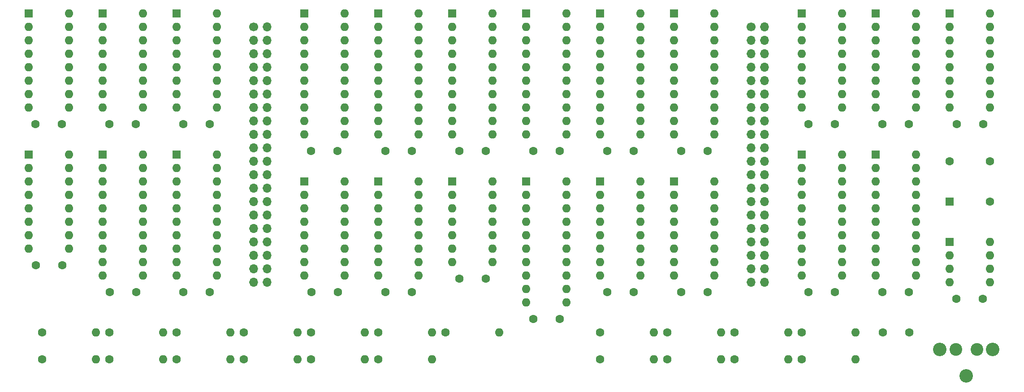
<source format=gbr>
%TF.GenerationSoftware,KiCad,Pcbnew,(5.1.8)-1*%
%TF.CreationDate,2020-12-28T18:18:32+00:00*%
%TF.ProjectId,sound-board,736f756e-642d-4626-9f61-72642e6b6963,rev?*%
%TF.SameCoordinates,Original*%
%TF.FileFunction,Soldermask,Bot*%
%TF.FilePolarity,Negative*%
%FSLAX46Y46*%
G04 Gerber Fmt 4.6, Leading zero omitted, Abs format (unit mm)*
G04 Created by KiCad (PCBNEW (5.1.8)-1) date 2020-12-28 18:18:32*
%MOMM*%
%LPD*%
G01*
G04 APERTURE LIST*
%ADD10C,1.600000*%
%ADD11C,2.400000*%
%ADD12C,2.550000*%
%ADD13O,1.600000X1.600000*%
%ADD14R,1.600000X1.600000*%
%ADD15O,1.700000X1.700000*%
%ADD16C,1.700000*%
G04 APERTURE END LIST*
D10*
%TO.C,C6*%
X37385000Y-84455000D03*
X32385000Y-84455000D03*
%TD*%
%TO.C,C1*%
X164545000Y-123825000D03*
X169545000Y-123825000D03*
%TD*%
%TO.C,C25*%
X75565000Y-89535000D03*
X70565000Y-89535000D03*
%TD*%
%TO.C,C24*%
X103505000Y-89535000D03*
X98505000Y-89535000D03*
%TD*%
%TO.C,C23*%
X89535000Y-89535000D03*
X84535000Y-89535000D03*
%TD*%
%TO.C,C22*%
X117475000Y-89535000D03*
X112475000Y-89535000D03*
%TD*%
%TO.C,C21*%
X131445000Y-89535000D03*
X126445000Y-89535000D03*
%TD*%
%TO.C,C20*%
X61515000Y-89535000D03*
X56515000Y-89535000D03*
%TD*%
%TO.C,C19*%
X103505000Y-121285000D03*
X98505000Y-121285000D03*
%TD*%
%TO.C,C18*%
X169465000Y-84455000D03*
X164465000Y-84455000D03*
%TD*%
%TO.C,C17*%
X117475000Y-116205000D03*
X112475000Y-116205000D03*
%TD*%
%TO.C,C16*%
X155495000Y-84455000D03*
X150495000Y-84455000D03*
%TD*%
%TO.C,C15*%
X183435000Y-117475000D03*
X178435000Y-117475000D03*
%TD*%
%TO.C,C14*%
X131445000Y-116205000D03*
X126445000Y-116205000D03*
%TD*%
%TO.C,C13*%
X183515000Y-84455000D03*
X178515000Y-84455000D03*
%TD*%
%TO.C,C12*%
X169465000Y-116205000D03*
X164465000Y-116205000D03*
%TD*%
%TO.C,C11*%
X155495000Y-116205000D03*
X150495000Y-116205000D03*
%TD*%
%TO.C,C10*%
X89535000Y-113665000D03*
X84535000Y-113665000D03*
%TD*%
%TO.C,C9*%
X37385000Y-116205000D03*
X32385000Y-116205000D03*
%TD*%
%TO.C,C8*%
X61595000Y-116205000D03*
X56595000Y-116205000D03*
%TD*%
%TO.C,C7*%
X23495000Y-116205000D03*
X18495000Y-116205000D03*
%TD*%
%TO.C,C5*%
X9525000Y-111125000D03*
X4525000Y-111125000D03*
%TD*%
%TO.C,C4*%
X23415000Y-84455000D03*
X18415000Y-84455000D03*
%TD*%
%TO.C,C3*%
X9445000Y-84455000D03*
X4445000Y-84455000D03*
%TD*%
%TO.C,C2*%
X75565000Y-116205000D03*
X70565000Y-116205000D03*
%TD*%
D11*
%TO.C,J3*%
X178340000Y-127025000D03*
X182340000Y-127025000D03*
D12*
X175340000Y-127025000D03*
X185340000Y-127025000D03*
X180340000Y-132025000D03*
%TD*%
D13*
%TO.C,U24*%
X184785000Y-106680000D03*
X177165000Y-114300000D03*
X184785000Y-109220000D03*
X177165000Y-111760000D03*
X184785000Y-111760000D03*
X177165000Y-109220000D03*
X184785000Y-114300000D03*
D14*
X177165000Y-106680000D03*
%TD*%
D13*
%TO.C,R22*%
X79375000Y-128905000D03*
D10*
X69215000Y-128905000D03*
%TD*%
D13*
%TO.C,R20*%
X92075000Y-123825000D03*
D10*
X81915000Y-123825000D03*
%TD*%
%TO.C,X1*%
X184785000Y-99060000D03*
X184785000Y-91440000D03*
X177165000Y-91440000D03*
D14*
X177165000Y-99060000D03*
%TD*%
D13*
%TO.C,U23*%
X132715000Y-95250000D03*
X125095000Y-113030000D03*
X132715000Y-97790000D03*
X125095000Y-110490000D03*
X132715000Y-100330000D03*
X125095000Y-107950000D03*
X132715000Y-102870000D03*
X125095000Y-105410000D03*
X132715000Y-105410000D03*
X125095000Y-102870000D03*
X132715000Y-107950000D03*
X125095000Y-100330000D03*
X132715000Y-110490000D03*
X125095000Y-97790000D03*
X132715000Y-113030000D03*
D14*
X125095000Y-95250000D03*
%TD*%
D13*
%TO.C,U22*%
X118745000Y-95250000D03*
X111125000Y-113030000D03*
X118745000Y-97790000D03*
X111125000Y-110490000D03*
X118745000Y-100330000D03*
X111125000Y-107950000D03*
X118745000Y-102870000D03*
X111125000Y-105410000D03*
X118745000Y-105410000D03*
X111125000Y-102870000D03*
X118745000Y-107950000D03*
X111125000Y-100330000D03*
X118745000Y-110490000D03*
X111125000Y-97790000D03*
X118745000Y-113030000D03*
D14*
X111125000Y-95250000D03*
%TD*%
D13*
%TO.C,U21*%
X156845000Y-63500000D03*
X149225000Y-81280000D03*
X156845000Y-66040000D03*
X149225000Y-78740000D03*
X156845000Y-68580000D03*
X149225000Y-76200000D03*
X156845000Y-71120000D03*
X149225000Y-73660000D03*
X156845000Y-73660000D03*
X149225000Y-71120000D03*
X156845000Y-76200000D03*
X149225000Y-68580000D03*
X156845000Y-78740000D03*
X149225000Y-66040000D03*
X156845000Y-81280000D03*
D14*
X149225000Y-63500000D03*
%TD*%
D13*
%TO.C,U20*%
X170815000Y-63500000D03*
X163195000Y-81280000D03*
X170815000Y-66040000D03*
X163195000Y-78740000D03*
X170815000Y-68580000D03*
X163195000Y-76200000D03*
X170815000Y-71120000D03*
X163195000Y-73660000D03*
X170815000Y-73660000D03*
X163195000Y-71120000D03*
X170815000Y-76200000D03*
X163195000Y-68580000D03*
X170815000Y-78740000D03*
X163195000Y-66040000D03*
X170815000Y-81280000D03*
D14*
X163195000Y-63500000D03*
%TD*%
D13*
%TO.C,U19*%
X132715000Y-63500000D03*
X125095000Y-86360000D03*
X132715000Y-66040000D03*
X125095000Y-83820000D03*
X132715000Y-68580000D03*
X125095000Y-81280000D03*
X132715000Y-71120000D03*
X125095000Y-78740000D03*
X132715000Y-73660000D03*
X125095000Y-76200000D03*
X132715000Y-76200000D03*
X125095000Y-73660000D03*
X132715000Y-78740000D03*
X125095000Y-71120000D03*
X132715000Y-81280000D03*
X125095000Y-68580000D03*
X132715000Y-83820000D03*
X125095000Y-66040000D03*
X132715000Y-86360000D03*
D14*
X125095000Y-63500000D03*
%TD*%
D13*
%TO.C,U18*%
X156845000Y-90170000D03*
X149225000Y-113030000D03*
X156845000Y-92710000D03*
X149225000Y-110490000D03*
X156845000Y-95250000D03*
X149225000Y-107950000D03*
X156845000Y-97790000D03*
X149225000Y-105410000D03*
X156845000Y-100330000D03*
X149225000Y-102870000D03*
X156845000Y-102870000D03*
X149225000Y-100330000D03*
X156845000Y-105410000D03*
X149225000Y-97790000D03*
X156845000Y-107950000D03*
X149225000Y-95250000D03*
X156845000Y-110490000D03*
X149225000Y-92710000D03*
X156845000Y-113030000D03*
D14*
X149225000Y-90170000D03*
%TD*%
D13*
%TO.C,U17*%
X170815000Y-90170000D03*
X163195000Y-113030000D03*
X170815000Y-92710000D03*
X163195000Y-110490000D03*
X170815000Y-95250000D03*
X163195000Y-107950000D03*
X170815000Y-97790000D03*
X163195000Y-105410000D03*
X170815000Y-100330000D03*
X163195000Y-102870000D03*
X170815000Y-102870000D03*
X163195000Y-100330000D03*
X170815000Y-105410000D03*
X163195000Y-97790000D03*
X170815000Y-107950000D03*
X163195000Y-95250000D03*
X170815000Y-110490000D03*
X163195000Y-92710000D03*
X170815000Y-113030000D03*
D14*
X163195000Y-90170000D03*
%TD*%
D13*
%TO.C,U16*%
X104775000Y-63500000D03*
X97155000Y-86360000D03*
X104775000Y-66040000D03*
X97155000Y-83820000D03*
X104775000Y-68580000D03*
X97155000Y-81280000D03*
X104775000Y-71120000D03*
X97155000Y-78740000D03*
X104775000Y-73660000D03*
X97155000Y-76200000D03*
X104775000Y-76200000D03*
X97155000Y-73660000D03*
X104775000Y-78740000D03*
X97155000Y-71120000D03*
X104775000Y-81280000D03*
X97155000Y-68580000D03*
X104775000Y-83820000D03*
X97155000Y-66040000D03*
X104775000Y-86360000D03*
D14*
X97155000Y-63500000D03*
%TD*%
D13*
%TO.C,U15*%
X118745000Y-63500000D03*
X111125000Y-86360000D03*
X118745000Y-66040000D03*
X111125000Y-83820000D03*
X118745000Y-68580000D03*
X111125000Y-81280000D03*
X118745000Y-71120000D03*
X111125000Y-78740000D03*
X118745000Y-73660000D03*
X111125000Y-76200000D03*
X118745000Y-76200000D03*
X111125000Y-73660000D03*
X118745000Y-78740000D03*
X111125000Y-71120000D03*
X118745000Y-81280000D03*
X111125000Y-68580000D03*
X118745000Y-83820000D03*
X111125000Y-66040000D03*
X118745000Y-86360000D03*
D14*
X111125000Y-63500000D03*
%TD*%
D13*
%TO.C,U14*%
X62865000Y-95250000D03*
X55245000Y-113030000D03*
X62865000Y-97790000D03*
X55245000Y-110490000D03*
X62865000Y-100330000D03*
X55245000Y-107950000D03*
X62865000Y-102870000D03*
X55245000Y-105410000D03*
X62865000Y-105410000D03*
X55245000Y-102870000D03*
X62865000Y-107950000D03*
X55245000Y-100330000D03*
X62865000Y-110490000D03*
X55245000Y-97790000D03*
X62865000Y-113030000D03*
D14*
X55245000Y-95250000D03*
%TD*%
D13*
%TO.C,U13*%
X76835000Y-95250000D03*
X69215000Y-113030000D03*
X76835000Y-97790000D03*
X69215000Y-110490000D03*
X76835000Y-100330000D03*
X69215000Y-107950000D03*
X76835000Y-102870000D03*
X69215000Y-105410000D03*
X76835000Y-105410000D03*
X69215000Y-102870000D03*
X76835000Y-107950000D03*
X69215000Y-100330000D03*
X76835000Y-110490000D03*
X69215000Y-97790000D03*
X76835000Y-113030000D03*
D14*
X69215000Y-95250000D03*
%TD*%
D13*
%TO.C,U12*%
X38735000Y-63500000D03*
X31115000Y-81280000D03*
X38735000Y-66040000D03*
X31115000Y-78740000D03*
X38735000Y-68580000D03*
X31115000Y-76200000D03*
X38735000Y-71120000D03*
X31115000Y-73660000D03*
X38735000Y-73660000D03*
X31115000Y-71120000D03*
X38735000Y-76200000D03*
X31115000Y-68580000D03*
X38735000Y-78740000D03*
X31115000Y-66040000D03*
X38735000Y-81280000D03*
D14*
X31115000Y-63500000D03*
%TD*%
D13*
%TO.C,U11*%
X24765000Y-63500000D03*
X17145000Y-81280000D03*
X24765000Y-66040000D03*
X17145000Y-78740000D03*
X24765000Y-68580000D03*
X17145000Y-76200000D03*
X24765000Y-71120000D03*
X17145000Y-73660000D03*
X24765000Y-73660000D03*
X17145000Y-71120000D03*
X24765000Y-76200000D03*
X17145000Y-68580000D03*
X24765000Y-78740000D03*
X17145000Y-66040000D03*
X24765000Y-81280000D03*
D14*
X17145000Y-63500000D03*
%TD*%
D13*
%TO.C,U10*%
X62865000Y-63500000D03*
X55245000Y-86360000D03*
X62865000Y-66040000D03*
X55245000Y-83820000D03*
X62865000Y-68580000D03*
X55245000Y-81280000D03*
X62865000Y-71120000D03*
X55245000Y-78740000D03*
X62865000Y-73660000D03*
X55245000Y-76200000D03*
X62865000Y-76200000D03*
X55245000Y-73660000D03*
X62865000Y-78740000D03*
X55245000Y-71120000D03*
X62865000Y-81280000D03*
X55245000Y-68580000D03*
X62865000Y-83820000D03*
X55245000Y-66040000D03*
X62865000Y-86360000D03*
D14*
X55245000Y-63500000D03*
%TD*%
D13*
%TO.C,U9*%
X38735000Y-90170000D03*
X31115000Y-113030000D03*
X38735000Y-92710000D03*
X31115000Y-110490000D03*
X38735000Y-95250000D03*
X31115000Y-107950000D03*
X38735000Y-97790000D03*
X31115000Y-105410000D03*
X38735000Y-100330000D03*
X31115000Y-102870000D03*
X38735000Y-102870000D03*
X31115000Y-100330000D03*
X38735000Y-105410000D03*
X31115000Y-97790000D03*
X38735000Y-107950000D03*
X31115000Y-95250000D03*
X38735000Y-110490000D03*
X31115000Y-92710000D03*
X38735000Y-113030000D03*
D14*
X31115000Y-90170000D03*
%TD*%
D13*
%TO.C,U8*%
X24765000Y-90170000D03*
X17145000Y-113030000D03*
X24765000Y-92710000D03*
X17145000Y-110490000D03*
X24765000Y-95250000D03*
X17145000Y-107950000D03*
X24765000Y-97790000D03*
X17145000Y-105410000D03*
X24765000Y-100330000D03*
X17145000Y-102870000D03*
X24765000Y-102870000D03*
X17145000Y-100330000D03*
X24765000Y-105410000D03*
X17145000Y-97790000D03*
X24765000Y-107950000D03*
X17145000Y-95250000D03*
X24765000Y-110490000D03*
X17145000Y-92710000D03*
X24765000Y-113030000D03*
D14*
X17145000Y-90170000D03*
%TD*%
D13*
%TO.C,U7*%
X90805000Y-63500000D03*
X83185000Y-86360000D03*
X90805000Y-66040000D03*
X83185000Y-83820000D03*
X90805000Y-68580000D03*
X83185000Y-81280000D03*
X90805000Y-71120000D03*
X83185000Y-78740000D03*
X90805000Y-73660000D03*
X83185000Y-76200000D03*
X90805000Y-76200000D03*
X83185000Y-73660000D03*
X90805000Y-78740000D03*
X83185000Y-71120000D03*
X90805000Y-81280000D03*
X83185000Y-68580000D03*
X90805000Y-83820000D03*
X83185000Y-66040000D03*
X90805000Y-86360000D03*
D14*
X83185000Y-63500000D03*
%TD*%
D13*
%TO.C,U6*%
X76835000Y-63500000D03*
X69215000Y-86360000D03*
X76835000Y-66040000D03*
X69215000Y-83820000D03*
X76835000Y-68580000D03*
X69215000Y-81280000D03*
X76835000Y-71120000D03*
X69215000Y-78740000D03*
X76835000Y-73660000D03*
X69215000Y-76200000D03*
X76835000Y-76200000D03*
X69215000Y-73660000D03*
X76835000Y-78740000D03*
X69215000Y-71120000D03*
X76835000Y-81280000D03*
X69215000Y-68580000D03*
X76835000Y-83820000D03*
X69215000Y-66040000D03*
X76835000Y-86360000D03*
D14*
X69215000Y-63500000D03*
%TD*%
D13*
%TO.C,U5*%
X184785000Y-63500000D03*
X177165000Y-81280000D03*
X184785000Y-66040000D03*
X177165000Y-78740000D03*
X184785000Y-68580000D03*
X177165000Y-76200000D03*
X184785000Y-71120000D03*
X177165000Y-73660000D03*
X184785000Y-73660000D03*
X177165000Y-71120000D03*
X184785000Y-76200000D03*
X177165000Y-68580000D03*
X184785000Y-78740000D03*
X177165000Y-66040000D03*
X184785000Y-81280000D03*
D14*
X177165000Y-63500000D03*
%TD*%
D13*
%TO.C,U4*%
X104775000Y-95250000D03*
X97155000Y-118110000D03*
X104775000Y-97790000D03*
X97155000Y-115570000D03*
X104775000Y-100330000D03*
X97155000Y-113030000D03*
X104775000Y-102870000D03*
X97155000Y-110490000D03*
X104775000Y-105410000D03*
X97155000Y-107950000D03*
X104775000Y-107950000D03*
X97155000Y-105410000D03*
X104775000Y-110490000D03*
X97155000Y-102870000D03*
X104775000Y-113030000D03*
X97155000Y-100330000D03*
X104775000Y-115570000D03*
X97155000Y-97790000D03*
X104775000Y-118110000D03*
D14*
X97155000Y-95250000D03*
%TD*%
D13*
%TO.C,U3*%
X10795000Y-90170000D03*
X3175000Y-107950000D03*
X10795000Y-92710000D03*
X3175000Y-105410000D03*
X10795000Y-95250000D03*
X3175000Y-102870000D03*
X10795000Y-97790000D03*
X3175000Y-100330000D03*
X10795000Y-100330000D03*
X3175000Y-97790000D03*
X10795000Y-102870000D03*
X3175000Y-95250000D03*
X10795000Y-105410000D03*
X3175000Y-92710000D03*
X10795000Y-107950000D03*
D14*
X3175000Y-90170000D03*
%TD*%
D13*
%TO.C,U2*%
X90805000Y-95250000D03*
X83185000Y-110490000D03*
X90805000Y-97790000D03*
X83185000Y-107950000D03*
X90805000Y-100330000D03*
X83185000Y-105410000D03*
X90805000Y-102870000D03*
X83185000Y-102870000D03*
X90805000Y-105410000D03*
X83185000Y-100330000D03*
X90805000Y-107950000D03*
X83185000Y-97790000D03*
X90805000Y-110490000D03*
D14*
X83185000Y-95250000D03*
%TD*%
D13*
%TO.C,U1*%
X10795000Y-63500000D03*
X3175000Y-81280000D03*
X10795000Y-66040000D03*
X3175000Y-78740000D03*
X10795000Y-68580000D03*
X3175000Y-76200000D03*
X10795000Y-71120000D03*
X3175000Y-73660000D03*
X10795000Y-73660000D03*
X3175000Y-71120000D03*
X10795000Y-76200000D03*
X3175000Y-68580000D03*
X10795000Y-78740000D03*
X3175000Y-66040000D03*
X10795000Y-81280000D03*
D14*
X3175000Y-63500000D03*
%TD*%
D13*
%TO.C,R19*%
X159385000Y-128905000D03*
D10*
X149225000Y-128905000D03*
%TD*%
D13*
%TO.C,R18*%
X159385000Y-123825000D03*
D10*
X149225000Y-123825000D03*
%TD*%
D13*
%TO.C,R17*%
X146685000Y-128905000D03*
D10*
X136525000Y-128905000D03*
%TD*%
D13*
%TO.C,R16*%
X146685000Y-123825000D03*
D10*
X136525000Y-123825000D03*
%TD*%
D13*
%TO.C,R15*%
X133985000Y-128905000D03*
D10*
X123825000Y-128905000D03*
%TD*%
D13*
%TO.C,R14*%
X133985000Y-123825000D03*
D10*
X123825000Y-123825000D03*
%TD*%
D13*
%TO.C,R13*%
X121285000Y-128905000D03*
D10*
X111125000Y-128905000D03*
%TD*%
D13*
%TO.C,R12*%
X121285000Y-123825000D03*
D10*
X111125000Y-123825000D03*
%TD*%
D13*
%TO.C,R11*%
X66675000Y-128905000D03*
D10*
X56515000Y-128905000D03*
%TD*%
D13*
%TO.C,R10*%
X79375000Y-123825000D03*
D10*
X69215000Y-123825000D03*
%TD*%
D13*
%TO.C,R9*%
X66675000Y-123825000D03*
D10*
X56515000Y-123825000D03*
%TD*%
D13*
%TO.C,R8*%
X53975000Y-128905000D03*
D10*
X43815000Y-128905000D03*
%TD*%
D13*
%TO.C,R7*%
X53975000Y-123825000D03*
D10*
X43815000Y-123825000D03*
%TD*%
D13*
%TO.C,R6*%
X41275000Y-128905000D03*
D10*
X31115000Y-128905000D03*
%TD*%
D13*
%TO.C,R5*%
X41275000Y-123825000D03*
D10*
X31115000Y-123825000D03*
%TD*%
D13*
%TO.C,R4*%
X28575000Y-123825000D03*
D10*
X18415000Y-123825000D03*
%TD*%
D13*
%TO.C,R3*%
X28575000Y-128905000D03*
D10*
X18415000Y-128905000D03*
%TD*%
D13*
%TO.C,R2*%
X15875000Y-123825000D03*
D10*
X5715000Y-123825000D03*
%TD*%
D13*
%TO.C,R1*%
X15875000Y-128905000D03*
D10*
X5715000Y-128905000D03*
%TD*%
D15*
%TO.C,J2*%
X142240000Y-114300000D03*
X139700000Y-114300000D03*
X142240000Y-111760000D03*
X139700000Y-111760000D03*
X142240000Y-109220000D03*
X139700000Y-109220000D03*
X142240000Y-106680000D03*
X139700000Y-106680000D03*
X142240000Y-104140000D03*
X139700000Y-104140000D03*
X142240000Y-101600000D03*
X139700000Y-101600000D03*
X142240000Y-99060000D03*
X139700000Y-99060000D03*
X142240000Y-96520000D03*
X139700000Y-96520000D03*
X142240000Y-93980000D03*
X139700000Y-93980000D03*
X142240000Y-91440000D03*
X139700000Y-91440000D03*
X142240000Y-88900000D03*
X139700000Y-88900000D03*
X142240000Y-86360000D03*
X139700000Y-86360000D03*
X142240000Y-83820000D03*
X139700000Y-83820000D03*
X142240000Y-81280000D03*
X139700000Y-81280000D03*
X142240000Y-78740000D03*
X139700000Y-78740000D03*
X142240000Y-76200000D03*
X139700000Y-76200000D03*
X142240000Y-73660000D03*
X139700000Y-73660000D03*
X142240000Y-71120000D03*
X139700000Y-71120000D03*
X142240000Y-68580000D03*
X139700000Y-68580000D03*
X142240000Y-66040000D03*
D16*
X139700000Y-66040000D03*
%TD*%
D15*
%TO.C,J1*%
X48260000Y-114300000D03*
X45720000Y-114300000D03*
X48260000Y-111760000D03*
X45720000Y-111760000D03*
X48260000Y-109220000D03*
X45720000Y-109220000D03*
X48260000Y-106680000D03*
X45720000Y-106680000D03*
X48260000Y-104140000D03*
X45720000Y-104140000D03*
X48260000Y-101600000D03*
X45720000Y-101600000D03*
X48260000Y-99060000D03*
X45720000Y-99060000D03*
X48260000Y-96520000D03*
X45720000Y-96520000D03*
X48260000Y-93980000D03*
X45720000Y-93980000D03*
X48260000Y-91440000D03*
X45720000Y-91440000D03*
X48260000Y-88900000D03*
X45720000Y-88900000D03*
X48260000Y-86360000D03*
X45720000Y-86360000D03*
X48260000Y-83820000D03*
X45720000Y-83820000D03*
X48260000Y-81280000D03*
X45720000Y-81280000D03*
X48260000Y-78740000D03*
X45720000Y-78740000D03*
X48260000Y-76200000D03*
X45720000Y-76200000D03*
X48260000Y-73660000D03*
X45720000Y-73660000D03*
X48260000Y-71120000D03*
X45720000Y-71120000D03*
X48260000Y-68580000D03*
X45720000Y-68580000D03*
X48260000Y-66040000D03*
D16*
X45720000Y-66040000D03*
%TD*%
M02*

</source>
